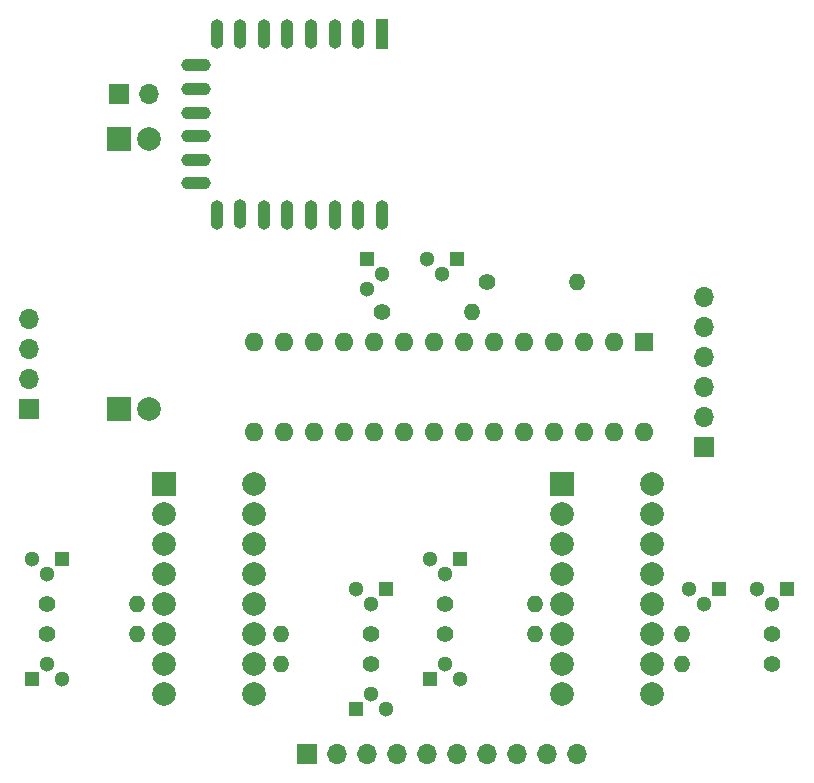
<source format=gts>
%TF.GenerationSoftware,KiCad,Pcbnew,(5.1.9)-1*%
%TF.CreationDate,2021-05-06T17:33:23+02:00*%
%TF.ProjectId,Rolety jadalnia i taras,526f6c65-7479-4206-9a61-64616c6e6961,rev?*%
%TF.SameCoordinates,Original*%
%TF.FileFunction,Soldermask,Top*%
%TF.FilePolarity,Negative*%
%FSLAX46Y46*%
G04 Gerber Fmt 4.6, Leading zero omitted, Abs format (unit mm)*
G04 Created by KiCad (PCBNEW (5.1.9)-1) date 2021-05-06 17:33:23*
%MOMM*%
%LPD*%
G01*
G04 APERTURE LIST*
%ADD10R,1.300000X1.300000*%
%ADD11C,1.300000*%
%ADD12R,2.000000X2.000000*%
%ADD13C,2.000000*%
%ADD14O,1.700000X1.700000*%
%ADD15R,1.700000X1.700000*%
%ADD16C,1.400000*%
%ADD17O,1.400000X1.400000*%
%ADD18R,1.100000X2.500000*%
%ADD19O,1.100000X2.500000*%
%ADD20O,2.500000X1.100000*%
%ADD21R,1.600000X1.600000*%
%ADD22O,1.600000X1.600000*%
G04 APERTURE END LIST*
D10*
%TO.C,Q10*%
X119380000Y-116840000D03*
D11*
X116840000Y-116840000D03*
X118110000Y-118110000D03*
%TD*%
D12*
%TO.C,IC1*%
X72390000Y-107950000D03*
D13*
X80010000Y-125730000D03*
X72390000Y-110490000D03*
X80010000Y-123190000D03*
X72390000Y-113030000D03*
X80010000Y-120650000D03*
X72390000Y-115570000D03*
X80010000Y-118110000D03*
X72390000Y-118110000D03*
X80010000Y-115570000D03*
X72390000Y-120650000D03*
X80010000Y-113030000D03*
X72390000Y-123190000D03*
X80010000Y-110490000D03*
X72390000Y-125730000D03*
X80010000Y-107950000D03*
%TD*%
D11*
%TO.C,Q4*%
X95885000Y-90170000D03*
X94615000Y-88900000D03*
D10*
X97155000Y-88900000D03*
%TD*%
D13*
%TO.C,IC2*%
X113665000Y-107950000D03*
X106045000Y-125730000D03*
X113665000Y-110490000D03*
X106045000Y-123190000D03*
X113665000Y-113030000D03*
X106045000Y-120650000D03*
X113665000Y-115570000D03*
X106045000Y-118110000D03*
X113665000Y-118110000D03*
X106045000Y-115570000D03*
X113665000Y-120650000D03*
X106045000Y-113030000D03*
X113665000Y-123190000D03*
X106045000Y-110490000D03*
X113665000Y-125730000D03*
D12*
X106045000Y-107950000D03*
%TD*%
D14*
%TO.C,U5*%
X60960000Y-93980000D03*
X60960000Y-96520000D03*
X60960000Y-99060000D03*
D15*
X60960000Y-101600000D03*
%TD*%
%TO.C,U4*%
X84455000Y-130810000D03*
D14*
X86995000Y-130810000D03*
X89535000Y-130810000D03*
X92075000Y-130810000D03*
X94615000Y-130810000D03*
X97155000Y-130810000D03*
X99695000Y-130810000D03*
X102235000Y-130810000D03*
X104775000Y-130810000D03*
X107315000Y-130810000D03*
%TD*%
D11*
%TO.C,Q1*%
X62484000Y-123190000D03*
X63754000Y-124460000D03*
D10*
X61214000Y-124460000D03*
%TD*%
%TO.C,Q2*%
X63754000Y-114300000D03*
D11*
X61214000Y-114300000D03*
X62484000Y-115570000D03*
%TD*%
%TO.C,Q3*%
X89916000Y-118110000D03*
X88646000Y-116840000D03*
D10*
X91186000Y-116840000D03*
%TD*%
%TO.C,Q5*%
X88646000Y-127000000D03*
D11*
X91186000Y-127000000D03*
X89916000Y-125730000D03*
%TD*%
D10*
%TO.C,Q6*%
X89535000Y-88900000D03*
D11*
X89535000Y-91440000D03*
X90805000Y-90170000D03*
%TD*%
%TO.C,Q7*%
X96139000Y-123190000D03*
X97409000Y-124460000D03*
D10*
X94869000Y-124460000D03*
%TD*%
%TO.C,Q8*%
X97409000Y-114300000D03*
D11*
X94869000Y-114300000D03*
X96139000Y-115570000D03*
%TD*%
%TO.C,Q9*%
X123825000Y-118110000D03*
X122555000Y-116840000D03*
D10*
X125095000Y-116840000D03*
%TD*%
D16*
%TO.C,R1*%
X62484000Y-120650000D03*
D17*
X70104000Y-120650000D03*
%TD*%
%TO.C,R2*%
X70104000Y-118110000D03*
D16*
X62484000Y-118110000D03*
%TD*%
%TO.C,R3*%
X89916000Y-120650000D03*
D17*
X82296000Y-120650000D03*
%TD*%
%TO.C,R4*%
X107315000Y-90805000D03*
D16*
X99695000Y-90805000D03*
%TD*%
D17*
%TO.C,R5*%
X82296000Y-123190000D03*
D16*
X89916000Y-123190000D03*
%TD*%
%TO.C,R6*%
X90805000Y-93345000D03*
D17*
X98425000Y-93345000D03*
%TD*%
D16*
%TO.C,R7*%
X96139000Y-120650000D03*
D17*
X103759000Y-120650000D03*
%TD*%
%TO.C,R8*%
X103759000Y-118110000D03*
D16*
X96139000Y-118110000D03*
%TD*%
%TO.C,R9*%
X123825000Y-120650000D03*
D17*
X116205000Y-120650000D03*
%TD*%
%TO.C,R10*%
X116205000Y-123190000D03*
D16*
X123825000Y-123190000D03*
%TD*%
D15*
%TO.C,SW1*%
X68580000Y-74930000D03*
D14*
X71120000Y-74930000D03*
%TD*%
D15*
%TO.C,SW2*%
X118110000Y-104775000D03*
D14*
X118110000Y-102235000D03*
X118110000Y-99695000D03*
X118110000Y-97155000D03*
X118110000Y-94615000D03*
X118110000Y-92075000D03*
%TD*%
D12*
%TO.C,U1*%
X68580000Y-78740000D03*
D13*
X71120000Y-78740000D03*
X71120000Y-101600000D03*
D12*
X68580000Y-101600000D03*
%TD*%
D18*
%TO.C,U2*%
X90805000Y-69785000D03*
D19*
X88805000Y-69785000D03*
X86805000Y-69785000D03*
X84805000Y-69785000D03*
X82805000Y-69785000D03*
X80805000Y-69785000D03*
X78805000Y-69785000D03*
X76805000Y-69785000D03*
X76805000Y-85185000D03*
X78805000Y-85085000D03*
X80805000Y-85185000D03*
X82805000Y-85185000D03*
X84805000Y-85185000D03*
X86805000Y-85185000D03*
X88805000Y-85185000D03*
X90805000Y-85185000D03*
D20*
X75105000Y-72475000D03*
X75105000Y-74475000D03*
X75105000Y-76475000D03*
X75105000Y-78475000D03*
X75105000Y-80475000D03*
X75105000Y-82475000D03*
%TD*%
D21*
%TO.C,U3*%
X113030000Y-95885000D03*
D22*
X80010000Y-103505000D03*
X110490000Y-95885000D03*
X82550000Y-103505000D03*
X107950000Y-95885000D03*
X85090000Y-103505000D03*
X105410000Y-95885000D03*
X87630000Y-103505000D03*
X102870000Y-95885000D03*
X90170000Y-103505000D03*
X100330000Y-95885000D03*
X92710000Y-103505000D03*
X97790000Y-95885000D03*
X95250000Y-103505000D03*
X95250000Y-95885000D03*
X97790000Y-103505000D03*
X92710000Y-95885000D03*
X100330000Y-103505000D03*
X90170000Y-95885000D03*
X102870000Y-103505000D03*
X87630000Y-95885000D03*
X105410000Y-103505000D03*
X85090000Y-95885000D03*
X107950000Y-103505000D03*
X82550000Y-95885000D03*
X110490000Y-103505000D03*
X80010000Y-95885000D03*
X113030000Y-103505000D03*
%TD*%
M02*

</source>
